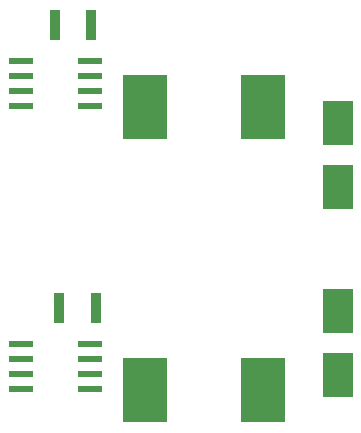
<source format=gtp>
G04*
G04 #@! TF.GenerationSoftware,Altium Limited,Altium Designer,21.9.2 (33)*
G04*
G04 Layer_Color=8421504*
%FSLAX44Y44*%
%MOMM*%
G71*
G04*
G04 #@! TF.SameCoordinates,2C727151-6C43-470A-82D4-EDCCEE28B5AB*
G04*
G04*
G04 #@! TF.FilePolarity,Positive*
G04*
G01*
G75*
%ADD12R,2.1000X0.6000*%
%ADD13R,2.5500X3.7500*%
%ADD14R,3.8500X5.5000*%
%ADD15R,0.9000X2.5000*%
D12*
X118000Y169050D02*
D03*
Y156350D02*
D03*
Y143650D02*
D03*
Y130950D02*
D03*
X176000Y169050D02*
D03*
Y156350D02*
D03*
Y143650D02*
D03*
Y130950D02*
D03*
Y370950D02*
D03*
Y383650D02*
D03*
Y396350D02*
D03*
Y409050D02*
D03*
X118000Y370950D02*
D03*
Y383650D02*
D03*
Y396350D02*
D03*
Y409050D02*
D03*
D13*
X386000Y197000D02*
D03*
Y143000D02*
D03*
Y356000D02*
D03*
Y302000D02*
D03*
D14*
X223250Y130000D02*
D03*
X322750D02*
D03*
X223250Y370000D02*
D03*
X322750D02*
D03*
D15*
X150500Y200000D02*
D03*
X181494D02*
D03*
X146500Y439000D02*
D03*
X177494D02*
D03*
M02*

</source>
